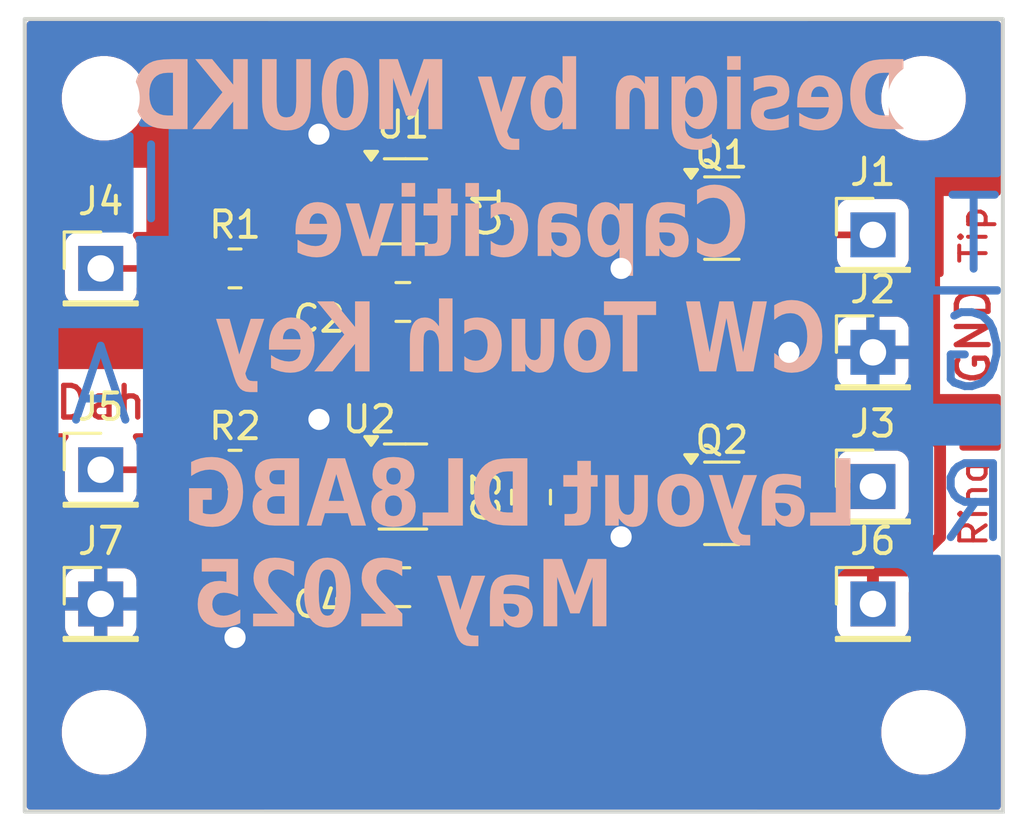
<source format=kicad_pcb>
(kicad_pcb (version 20241229) (generator "pcbnew") (generator_version "9.0")
  (layers (0 "F.Cu" signal) (2 "B.Cu" signal) (13 "F.Paste" user) (15 "B.Paste" user) (5 "F.SilkS" user "F.Silkscreen") (7 "B.SilkS" user "B.Silkscreen") (1 "F.Mask" user) (3 "B.Mask" user) (25 "Edge.Cuts" user))
  (net 0 "")
  (net 1 "GND")
  (net 2 "+3.3V")
  (net 3 "Net-(U1-SNS)")
  (net 4 "Net-(U1-SNSK)")
  (net 5 "Net-(U2-SNS)")
  (net 6 "Net-(U2-SNSK)")
  (net 7 "Net-(J1-Pin_1)")
  (net 8 "Net-(J3-Pin_1)")
  (net 9 "Net-(J4-Pin_1)")
  (net 10 "Net-(J5-Pin_1)")
  (net 11 "Net-(Q1-G)")
  (net 12 "Net-(Q2-G)")
  (footprint "Capacitor_SMD:C_0805_2012Metric_Pad1.18x1.45mm_HandSolder" (layer "F.Cu") (at 159.1525 89.3025 90)
    (property "Reference" "C1" (at 0 -1.68 90) (layer "F.SilkS"))
    (property "Value" "100nF")
    (fp_line (start -0.261252 -0.735) (end 0.261252 -0.735) (stroke (width 0.12)) (layer "F.SilkS"))
    (fp_line (start -0.261252 0.735) (end 0.261252 0.735) (stroke (width 0.12)) (layer "F.SilkS"))
    (pad "1" smd roundrect (at -1.0375 0 90) (size 1.175 1.45) (layers "F.Cu" "F.Mask" "F.Paste") (roundrect_rratio 0.212766) (net 1 "GND"))
    (pad "2" smd roundrect (at 1.0375 0 90) (size 1.175 1.45) (layers "F.Cu" "F.Mask" "F.Paste") (roundrect_rratio 0.212766) (net 2 "+3.3V"))
  )
  (footprint "Capacitor_SMD:C_0805_2012Metric_Pad1.18x1.45mm_HandSolder" (layer "F.Cu") (at 154.305 92.71)
    (property "Reference" "C2" (at -3.175 0.635 0) (layer "F.SilkS"))
    (property "Value" "2.2nF")
    (fp_line (start -0.261252 -0.735) (end 0.261252 -0.735) (stroke (width 0.12)) (layer "F.SilkS"))
    (fp_line (start -0.261252 0.735) (end 0.261252 0.735) (stroke (width 0.12)) (layer "F.SilkS"))
    (pad "1" smd roundrect (at -1.0375 0) (size 1.175 1.45) (layers "F.Cu" "F.Mask" "F.Paste") (roundrect_rratio 0.212766) (net 4 "Net-(U1-SNSK)"))
    (pad "2" smd roundrect (at 1.0375 0) (size 1.175 1.45) (layers "F.Cu" "F.Mask" "F.Paste") (roundrect_rratio 0.212766) (net 3 "Net-(U1-SNS)"))
  )
  (footprint "Capacitor_SMD:C_0805_2012Metric_Pad1.18x1.45mm_HandSolder" (layer "F.Cu") (at 159.1525 100.0975 90)
    (property "Reference" "C3" (at 0 -1.68 90) (layer "F.SilkS"))
    (property "Value" "100nF")
    (fp_line (start -0.261252 -0.735) (end 0.261252 -0.735) (stroke (width 0.12)) (layer "F.SilkS"))
    (fp_line (start -0.261252 0.735) (end 0.261252 0.735) (stroke (width 0.12)) (layer "F.SilkS"))
    (pad "1" smd roundrect (at -1.0375 0 90) (size 1.175 1.45) (layers "F.Cu" "F.Mask" "F.Paste") (roundrect_rratio 0.212766) (net 1 "GND"))
    (pad "2" smd roundrect (at 1.0375 0 90) (size 1.175 1.45) (layers "F.Cu" "F.Mask" "F.Paste") (roundrect_rratio 0.212766) (net 2 "+3.3V"))
  )
  (footprint "Capacitor_SMD:C_0805_2012Metric_Pad1.18x1.45mm_HandSolder" (layer "F.Cu") (at 154.305 103.505)
    (property "Reference" "C4" (at -3.175 0.635 0) (layer "F.SilkS"))
    (property "Value" "2.2nF")
    (fp_line (start -0.261252 -0.735) (end 0.261252 -0.735) (stroke (width 0.12)) (layer "F.SilkS"))
    (fp_line (start -0.261252 0.735) (end 0.261252 0.735) (stroke (width 0.12)) (layer "F.SilkS"))
    (pad "1" smd roundrect (at -1.0375 0) (size 1.175 1.45) (layers "F.Cu" "F.Mask" "F.Paste") (roundrect_rratio 0.212766) (net 6 "Net-(U2-SNSK)"))
    (pad "2" smd roundrect (at 1.0375 0) (size 1.175 1.45) (layers "F.Cu" "F.Mask" "F.Paste") (roundrect_rratio 0.212766) (net 5 "Net-(U2-SNS)"))
  )
  (footprint "Package_TO_SOT_SMD:SOT-23-6_Handsoldering" (layer "F.Cu") (at 154.305 88.9)
    (property "Reference" "U1" (at 0 -2.9 0) (layer "F.SilkS"))
    (property "Value" "AT42QT1011" (hide yes))
    (fp_line (start -0.9 1.61) (end 0.9 1.61) (stroke (width 0.12)) (layer "F.SilkS"))
    (fp_line (start 0.1 -1.61) (end -0.7 -1.61) (stroke (width 0.12)) (layer "F.SilkS"))
    (fp_line (start 0.1 -1.61) (end 0.9 -1.61) (stroke (width 0.12)) (layer "F.SilkS"))
    (fp_poly (pts (xy -1.2 -1.56) (xy -1.44 -1.89) (xy -0.96 -1.89) (xy -1.2 -1.56)) (stroke (width 0.12)) (fill yes) (layer "F.SilkS"))
    (pad "1" smd roundrect (at -1.35 -0.95) (size 1.56 0.65) (layers "F.Cu" "F.Mask" "F.Paste") (net 11 "Net-(Q1-G)"))
    (pad "2" smd roundrect (at -1.35 0) (size 1.56 0.65) (layers "F.Cu" "F.Mask" "F.Paste") (net 1 "GND"))
    (pad "3" smd roundrect (at -1.35 0.95) (size 1.56 0.65) (layers "F.Cu" "F.Mask" "F.Paste") (net 4 "Net-(U1-SNSK)"))
    (pad "4" smd roundrect (at 1.35 0.95) (size 1.56 0.65) (layers "F.Cu" "F.Mask" "F.Paste") (net 3 "Net-(U1-SNS)"))
    (pad "5" smd roundrect (at 1.35 0) (size 1.56 0.65) (layers "F.Cu" "F.Mask" "F.Paste") (net 2 "+3.3V"))
    (pad "6" smd roundrect (at 1.35 -0.95) (size 1.56 0.65) (layers "F.Cu" "F.Mask" "F.Paste") (net 2 "+3.3V"))
  )
  (footprint "Package_TO_SOT_SMD:SOT-23-6_Handsoldering" (layer "F.Cu") (at 154.305 99.695)
    (property "Reference" "U2" (at -1.27 -2.54 0) (layer "F.SilkS"))
    (property "Value" "AT42QT1011" (hide yes))
    (fp_line (start -0.9 1.61) (end 0.9 1.61) (stroke (width 0.12)) (layer "F.SilkS"))
    (fp_line (start 0.1 -1.61) (end -0.7 -1.61) (stroke (width 0.12)) (layer "F.SilkS"))
    (fp_line (start 0.1 -1.61) (end 0.9 -1.61) (stroke (width 0.12)) (layer "F.SilkS"))
    (fp_poly (pts (xy -1.2 -1.56) (xy -1.44 -1.89) (xy -0.96 -1.89) (xy -1.2 -1.56)) (stroke (width 0.12)) (fill yes) (layer "F.SilkS"))
    (pad "1" smd roundrect (at -1.35 -0.95) (size 1.56 0.65) (layers "F.Cu" "F.Mask" "F.Paste") (net 12 "Net-(Q2-G)"))
    (pad "2" smd roundrect (at -1.35 0) (size 1.56 0.65) (layers "F.Cu" "F.Mask" "F.Paste") (net 1 "GND"))
    (pad "3" smd roundrect (at -1.35 0.95) (size 1.56 0.65) (layers "F.Cu" "F.Mask" "F.Paste") (net 6 "Net-(U2-SNSK)"))
    (pad "4" smd roundrect (at 1.35 0.95) (size 1.56 0.65) (layers "F.Cu" "F.Mask" "F.Paste") (net 5 "Net-(U2-SNS)"))
    (pad "5" smd roundrect (at 1.35 0) (size 1.56 0.65) (layers "F.Cu" "F.Mask" "F.Paste") (net 2 "+3.3V"))
    (pad "6" smd roundrect (at 1.35 -0.95) (size 1.56 0.65) (layers "F.Cu" "F.Mask" "F.Paste") (net 2 "+3.3V"))
  )
  (footprint "MountingHole:MountingHole_2.7mm_M2.5_DIN965" (layer "F.Cu") (at 143 85)
    (property "Reference" "H1" (hide yes))
    (property "Value" "MountingHole" (hide yes))
    (pad "" np_thru_hole circle (at 0 0) (size 2.7 2.7) (drill 2.7) (layers "*.Cu" "*.Mask"))
  )
  (footprint "MountingHole:MountingHole_2.7mm_M2.5_DIN965" (layer "F.Cu") (at 143 109)
    (property "Reference" "H2" (hide yes))
    (property "Value" "MountingHole" (hide yes))
    (pad "" np_thru_hole circle (at 0 0) (size 2.7 2.7) (drill 2.7) (layers "*.Cu" "*.Mask"))
  )
  (footprint "MountingHole:MountingHole_2.7mm_M2.5_DIN965" (layer "F.Cu") (at 174 85)
    (property "Reference" "H3" (hide yes))
    (property "Value" "MountingHole" (hide yes))
    (pad "" np_thru_hole circle (at 0 0) (size 2.7 2.7) (drill 2.7) (layers "*.Cu" "*.Mask"))
  )
  (footprint "MountingHole:MountingHole_2.7mm_M2.5_DIN965" (layer "F.Cu") (at 174 109)
    (property "Reference" "H4" (hide yes))
    (property "Value" "MountingHole" (hide yes))
    (pad "" np_thru_hole circle (at 0 0) (size 2.7 2.7) (drill 2.7) (layers "*.Cu" "*.Mask"))
  )
  (footprint "Package_TO_SOT_SMD:SOT-23" (layer "F.Cu") (at 166.37 89.535)
    (property "Reference" "Q1" (at 0 -2.4 0) (layer "F.SilkS"))
    (property "Value" "IRFML8244TRPBF" (hide yes))
    (fp_line (start 0 -1.56) (end -0.65 -1.56) (stroke (width 0.12)) (layer "F.SilkS"))
    (fp_line (start 0 -1.56) (end 0.65 -1.56) (stroke (width 0.12)) (layer "F.SilkS"))
    (fp_line (start 0 1.56) (end -0.65 1.56) (stroke (width 0.12)) (layer "F.SilkS"))
    (fp_line (start 0 1.56) (end 0.65 1.56) (stroke (width 0.12)) (layer "F.SilkS"))
    (fp_poly (pts (xy -1.1625 -1.51) (xy -1.4025 -1.84) (xy -0.9225 -1.84)) (stroke (width 0.12)) (fill yes) (layer "F.SilkS"))
    (pad "1" smd roundrect (at -0.9375 -0.95) (size 1.475 0.6) (layers "F.Cu" "F.Mask" "F.Paste") (net 11 "Net-(Q1-G)"))
    (pad "2" smd roundrect (at -0.9375 0.95) (size 1.475 0.6) (layers "F.Cu" "F.Mask" "F.Paste") (net 1 "GND"))
    (pad "3" smd roundrect (at 0.9375 0) (size 1.475 0.6) (layers "F.Cu" "F.Mask" "F.Paste") (net 7 "Net-(J1-Pin_1)"))
  )
  (footprint "Resistor_SMD:R_0805_2012Metric_Pad1.20x1.40mm_HandSolder" (layer "F.Cu") (at 147.955 91.44)
    (property "Reference" "R1" (at 0 -1.65 0) (layer "F.SilkS"))
    (property "Value" "22K")
    (fp_line (start -0.227064 -0.735) (end 0.227064 -0.735) (stroke (width 0.12)) (layer "F.SilkS"))
    (fp_line (start -0.227064 0.735) (end 0.227064 0.735) (stroke (width 0.12)) (layer "F.SilkS"))
    (pad "1" smd roundrect (at -1 0) (size 1.2 1.4) (layers "F.Cu" "F.Mask" "F.Paste") (roundrect_rratio 0.208333) (net 9 "Net-(J4-Pin_1)"))
    (pad "2" smd roundrect (at 1 0) (size 1.2 1.4) (layers "F.Cu" "F.Mask" "F.Paste") (roundrect_rratio 0.208333) (net 4 "Net-(U1-SNSK)"))
  )
  (footprint "Resistor_SMD:R_0805_2012Metric_Pad1.20x1.40mm_HandSolder" (layer "F.Cu") (at 147.955 99.06)
    (property "Reference" "R2" (at 0 -1.65 0) (layer "F.SilkS"))
    (property "Value" "22K")
    (fp_line (start -0.227064 -0.735) (end 0.227064 -0.735) (stroke (width 0.12)) (layer "F.SilkS"))
    (fp_line (start -0.227064 0.735) (end 0.227064 0.735) (stroke (width 0.12)) (layer "F.SilkS"))
    (pad "1" smd roundrect (at -1 0) (size 1.2 1.4) (layers "F.Cu" "F.Mask" "F.Paste") (roundrect_rratio 0.208333) (net 10 "Net-(J5-Pin_1)"))
    (pad "2" smd roundrect (at 1 0) (size 1.2 1.4) (layers "F.Cu" "F.Mask" "F.Paste") (roundrect_rratio 0.208333) (net 6 "Net-(U2-SNSK)"))
  )
  (footprint "Connector_PinHeader_2.54mm:PinHeader_1x01_P2.54mm_Vertical" (layer "F.Cu") (at 142.875 91.44)
    (property "Reference" "J4" (at 0 -2.54 0) (layer "F.SilkS"))
    (property "Value" "Dit" (hide yes))
    (fp_line (start -1.38 -1.38) (end 0 -1.38) (stroke (width 0.12)) (layer "F.SilkS"))
    (fp_line (start -1.38 0) (end -1.38 -1.38) (stroke (width 0.12)) (layer "F.SilkS"))
    (fp_line (start -1.38 1.27) (end -1.38 1.38) (stroke (width 0.12)) (layer "F.SilkS"))
    (fp_line (start -1.38 1.27) (end 1.38 1.27) (stroke (width 0.12)) (layer "F.SilkS"))
    (fp_line (start -1.38 1.38) (end 1.38 1.38) (stroke (width 0.12)) (layer "F.SilkS"))
    (fp_line (start 1.38 1.27) (end 1.38 1.38) (stroke (width 0.12)) (layer "F.SilkS"))
    (pad "1" thru_hole rect (at 0 0) (size 1.7 1.7) (drill 1) (layers "*.Cu" "*.Mask") (net 9 "Net-(J4-Pin_1)"))
  )
  (footprint "Connector_PinHeader_2.54mm:PinHeader_1x01_P2.54mm_Vertical" (layer "F.Cu") (at 172.085 94.615)
    (property "Reference" "J2" (at 0 -2.38 0) (layer "F.SilkS"))
    (property "Value" "GND" (hide yes))
    (fp_line (start -1.38 -1.38) (end 0 -1.38) (stroke (width 0.12)) (layer "F.SilkS"))
    (fp_line (start -1.38 0) (end -1.38 -1.38) (stroke (width 0.12)) (layer "F.SilkS"))
    (fp_line (start -1.38 1.27) (end -1.38 1.38) (stroke (width 0.12)) (layer "F.SilkS"))
    (fp_line (start -1.38 1.27) (end 1.38 1.27) (stroke (width 0.12)) (layer "F.SilkS"))
    (fp_line (start -1.38 1.38) (end 1.38 1.38) (stroke (width 0.12)) (layer "F.SilkS"))
    (fp_line (start 1.38 1.27) (end 1.38 1.38) (stroke (width 0.12)) (layer "F.SilkS"))
    (pad "1" thru_hole rect (at 0 0) (size 1.7 1.7) (drill 1) (layers "*.Cu" "*.Mask") (net 1 "GND"))
  )
  (footprint "Connector_PinHeader_2.54mm:PinHeader_1x01_P2.54mm_Vertical" (layer "F.Cu") (at 172.085 99.695)
    (property "Reference" "J3" (at 0 -2.38 0) (layer "F.SilkS"))
    (property "Value" "Ring" (hide yes))
    (fp_line (start -1.38 -1.38) (end 0 -1.38) (stroke (width 0.12)) (layer "F.SilkS"))
    (fp_line (start -1.38 0) (end -1.38 -1.38) (stroke (width 0.12)) (layer "F.SilkS"))
    (fp_line (start -1.38 1.27) (end -1.38 1.38) (stroke (width 0.12)) (layer "F.SilkS"))
    (fp_line (start -1.38 1.27) (end 1.38 1.27) (stroke (width 0.12)) (layer "F.SilkS"))
    (fp_line (start -1.38 1.38) (end 1.38 1.38) (stroke (width 0.12)) (layer "F.SilkS"))
    (fp_line (start 1.38 1.27) (end 1.38 1.38) (stroke (width 0.12)) (layer "F.SilkS"))
    (pad "1" thru_hole rect (at 0 0) (size 1.7 1.7) (drill 1) (layers "*.Cu" "*.Mask") (net 8 "Net-(J3-Pin_1)"))
  )
  (footprint "Package_TO_SOT_SMD:SOT-23" (layer "F.Cu") (at 166.37 100.33)
    (property "Reference" "Q2" (at 0 -2.4 0) (layer "F.SilkS"))
    (property "Value" "IRFML8244TRPBF" (hide yes))
    (fp_line (start 0 -1.56) (end -0.65 -1.56) (stroke (width 0.12)) (layer "F.SilkS"))
    (fp_line (start 0 -1.56) (end 0.65 -1.56) (stroke (width 0.12)) (layer "F.SilkS"))
    (fp_line (start 0 1.56) (end -0.65 1.56) (stroke (width 0.12)) (layer "F.SilkS"))
    (fp_line (start 0 1.56) (end 0.65 1.56) (stroke (width 0.12)) (layer "F.SilkS"))
    (fp_poly (pts (xy -1.1625 -1.51) (xy -1.4025 -1.84) (xy -0.9225 -1.84)) (stroke (width 0.12)) (fill yes) (layer "F.SilkS"))
    (pad "1" smd roundrect (at -0.9375 -0.95) (size 1.475 0.6) (layers "F.Cu" "F.Mask" "F.Paste") (net 12 "Net-(Q2-G)"))
    (pad "2" smd roundrect (at -0.9375 0.95) (size 1.475 0.6) (layers "F.Cu" "F.Mask" "F.Paste") (net 1 "GND"))
    (pad "3" smd roundrect (at 0.9375 0) (size 1.475 0.6) (layers "F.Cu" "F.Mask" "F.Paste") (net 8 "Net-(J3-Pin_1)"))
  )
  (footprint "Connector_PinHeader_2.54mm:PinHeader_1x01_P2.54mm_Vertical" (layer "F.Cu") (at 142.875 104.14)
    (property "Reference" "J7" (at 0 -2.38 0) (layer "F.SilkS"))
    (property "Value" "-" (hide yes))
    (fp_line (start -1.38 -1.38) (end 0 -1.38) (stroke (width 0.12)) (layer "F.SilkS"))
    (fp_line (start -1.38 0) (end -1.38 -1.38) (stroke (width 0.12)) (layer "F.SilkS"))
    (fp_line (start -1.38 1.27) (end -1.38 1.38) (stroke (width 0.12)) (layer "F.SilkS"))
    (fp_line (start -1.38 1.27) (end 1.38 1.27) (stroke (width 0.12)) (layer "F.SilkS"))
    (fp_line (start -1.38 1.38) (end 1.38 1.38) (stroke (width 0.12)) (layer "F.SilkS"))
    (fp_line (start 1.38 1.27) (end 1.38 1.38) (stroke (width 0.12)) (layer "F.SilkS"))
    (pad "1" thru_hole rect (at 0 0) (size 1.7 1.7) (drill 1) (layers "*.Cu" "*.Mask") (net 1 "GND"))
  )
  (footprint "Connector_PinHeader_2.54mm:PinHeader_1x01_P2.54mm_Vertical" (layer "F.Cu") (at 172.085 104.14)
    (property "Reference" "J6" (at 0 -2.38 0) (layer "F.SilkS"))
    (property "Value" "+" (hide yes))
    (fp_line (start -1.38 -1.38) (end 0 -1.38) (stroke (width 0.12)) (layer "F.SilkS"))
    (fp_line (start -1.38 0) (end -1.38 -1.38) (stroke (width 0.12)) (layer "F.SilkS"))
    (fp_line (start -1.38 1.27) (end -1.38 1.38) (stroke (width 0.12)) (layer "F.SilkS"))
    (fp_line (start -1.38 1.27) (end 1.38 1.27) (stroke (width 0.12)) (layer "F.SilkS"))
    (fp_line (start -1.38 1.38) (end 1.38 1.38) (stroke (width 0.12)) (layer "F.SilkS"))
    (fp_line (start 1.38 1.27) (end 1.38 1.38) (stroke (width 0.12)) (layer "F.SilkS"))
    (pad "1" thru_hole rect (at 0 0) (size 1.7 1.7) (drill 1) (layers "*.Cu" "*.Mask") (net 2 "+3.3V"))
  )
  (footprint "Connector_PinHeader_2.54mm:PinHeader_1x01_P2.54mm_Vertical" (layer "F.Cu") (at 172.085 90.17)
    (property "Reference" "J1" (at 0 -2.38 0) (layer "F.SilkS"))
    (property "Value" "Tip" (hide yes))
    (fp_line (start -1.38 -1.38) (end 0 -1.38) (stroke (width 0.12)) (layer "F.SilkS"))
    (fp_line (start -1.38 0) (end -1.38 -1.38) (stroke (width 0.12)) (layer "F.SilkS"))
    (fp_line (start -1.38 1.27) (end -1.38 1.38) (stroke (width 0.12)) (layer "F.SilkS"))
    (fp_line (start -1.38 1.27) (end 1.38 1.27) (stroke (width 0.12)) (layer "F.SilkS"))
    (fp_line (start -1.38 1.38) (end 1.38 1.38) (stroke (width 0.12)) (layer "F.SilkS"))
    (fp_line (start 1.38 1.27) (end 1.38 1.38) (stroke (width 0.12)) (layer "F.SilkS"))
    (pad "1" thru_hole rect (at 0 0) (size 1.7 1.7) (drill 1) (layers "*.Cu" "*.Mask") (net 7 "Net-(J1-Pin_1)"))
  )
  (footprint "Connector_PinHeader_2.54mm:PinHeader_1x01_P2.54mm_Vertical" (layer "F.Cu") (at 142.875 99.06)
    (property "Reference" "J5" (at 0 -2.38 0) (layer "F.SilkS"))
    (property "Value" "Dah" (hide yes))
    (fp_line (start -1.38 -1.38) (end 0 -1.38) (stroke (width 0.12)) (layer "F.SilkS"))
    (fp_line (start -1.38 0) (end -1.38 -1.38) (stroke (width 0.12)) (layer "F.SilkS"))
    (fp_line (start -1.38 1.27) (end -1.38 1.38) (stroke (width 0.12)) (layer "F.SilkS"))
    (fp_line (start -1.38 1.27) (end 1.38 1.27) (stroke (width 0.12)) (layer "F.SilkS"))
    (fp_line (start -1.38 1.38) (end 1.38 1.38) (stroke (width 0.12)) (layer "F.SilkS"))
    (fp_line (start 1.38 1.27) (end 1.38 1.38) (stroke (width 0.12)) (layer "F.SilkS"))
    (pad "1" thru_hole rect (at 0 0) (size 1.7 1.7) (drill 1) (layers "*.Cu" "*.Mask") (net 10 "Net-(J5-Pin_1)"))
  )
  (gr_poly (pts (xy 140 82) (xy 177 82) (xy 177 112) (xy 140 112)) (stroke (width 0.15)) (fill no) (layer "Edge.Cuts"))
  (gr_text "+" (at 175.26 104.14 0) (layer "F.Cu") (effects (font (size 1.5 1.5) (thickness 0.3) (bold yes))))
  (gr_text "-" (at 145.415 104.14 0) (layer "F.Cu") (effects (font (size 1.5 1.5) (thickness 0.3) (bold yes))))
  (gr_text "Design by M0UKD" (at 159.385 109.22 0) (layer "F.Cu") (effects (font (size 1 1) (thickness 0.22) (bold yes))))
  (gr_text "May 2025" (at 164.465 111.125 0) (layer "F.Cu") (effects (font (size 0.8 0.8))))
  (gr_text "Ring" (at 175.895 100.33 90) (layer "F.Cu") (effects (font (size 1 1))))
  (gr_text "Dit" (at 142.875 88.9 0) (layer "F.Cu") (effects (font (size 1.2 1.2) (thickness 0.2) (bold yes))))
  (gr_text "Tip" (at 175.895 90.17 90) (layer "F.Cu") (effects (font (size 1 1))))
  (gr_text "Dah" (at 142.875 96.52 0) (layer "F.Cu") (effects (font (size 1.2 1.2) (thickness 0.2) (bold yes))))
  (gr_text "GND" (at 175.895 93.98 90) (layer "F.Cu") (effects (font (size 1.2 1.2) (thickness 0.2) (bold yes))))
  (gr_text "Layout by DL8ABG" (at 154.94 111.125 0) (layer "F.Cu") (effects (font (size 0.8 0.8) (thickness 0.16) (bold yes))))
  (gr_text "Capacitive CW Touch Key" (at 159.385 83.185 0) (layer "F.Cu") (effects (font (size 1 1) (thickness 0.22) (bold yes))))
  (gr_text "A" (at 142.875 95.885 0) (layer "B.Cu") (effects (font (size 2.8 2.8) (thickness 0.3) (bold yes)) (justify mirror)))
  (gr_text "R" (at 175.895 100.33 0) (layer "B.Cu") (effects (font (size 2.8 2.8) (thickness 0.3) (bold yes)) (justify mirror)))
  (gr_text "I" (at 144.78 88.265 0) (layer "B.Cu") (effects (font (size 2.8 2.8) (thickness 0.3) (bold yes)) (justify mirror)))
  (gr_text "G" (at 175.895 94.615 0) (layer "B.Cu") (effects (font (size 2.8 2.8) (thickness 0.3) (bold yes)) (justify mirror)))
  (gr_text "T" (at 175.895 90.17 0) (layer "B.Cu") (effects (font (size 2.8 2.8) (thickness 0.3) (bold yes)) (justify mirror)))
  (gr_text "Layout DL8ABG" (at 158.75 101.6 0) (layer "B.SilkS") (effects (font (size 2.5 2.1) (thickness 0.3) (bold yes)) (justify bottom mirror)))
  (gr_text "Capacitive\nCW Touch Key" (at 158.75 92.075 0) (layer "B.SilkS") (effects (font (size 2.6 2.1) (thickness 0.3) (bold yes)) (justify mirror)))
  (gr_text "May 2025" (at 154.305 105.41 0) (layer "B.SilkS") (effects (font (size 2.5 2.1) (thickness 0.3) (bold yes)) (justify bottom mirror)))
  (gr_text "Design by M0UKD" (at 158.75 85.09 0) (layer "B.SilkS") (effects (font (size 2.6 2.1) (thickness 0.3) (bold yes)) (justify mirror)))
  (via (at 162.56 101.6) (size 1.1) (drill 0.8) (layers "F.Cu" "B.Cu") (net 1))
  (via (at 168.91 94.615) (size 1.1) (drill 0.8) (layers "F.Cu" "B.Cu") (net 1))
  (via (at 162.56 91.44) (size 1.1) (drill 0.8) (layers "F.Cu" "B.Cu") (net 1))
  (via (at 151.13 97.155) (size 1.1) (drill 0.8) (layers "F.Cu" "B.Cu") (net 1))
  (via (at 147.955 105.41) (size 1.1) (drill 0.8) (layers "F.Cu" "B.Cu") (net 1))
  (via (at 151.13 86.36) (size 1.1) (drill 0.8) (layers "F.Cu" "B.Cu") (net 1))
  (segment (start 158.92 99.06) (end 159.1525 99.2925) (width 0.45) (layer "F.Cu") (net 2))
  (segment (start 165.1 94.615) (end 165.1 95.885) (width 0.45) (layer "F.Cu") (net 2))
  (segment (start 159.385 104.14) (end 157.48 102.235) (width 0.45) (layer "F.Cu") (net 2))
  (segment (start 172.085 102.87) (end 169.545 102.87) (width 0.45) (layer "F.Cu") (net 2))
  (segment (start 157.48 92.71) (end 158.115 93.345) (width 0.45) (layer "F.Cu") (net 2))
  (segment (start 173.355 102.87) (end 172.085 102.87) (width 0.45) (layer "F.Cu") (net 2))
  (segment (start 157.48 88.9) (end 157.48 92.71) (width 0.45) (layer "F.Cu") (net 2))
  (segment (start 157.48 99.06) (end 157.48 99.695) (width 0.45) (layer "F.Cu") (net 2))
  (segment (start 168.275 104.14) (end 159.385 104.14) (width 0.45) (layer "F.Cu") (net 2))
  (segment (start 157.165 98.745) (end 157.48 99.06) (width 0.45) (layer "F.Cu") (net 2))
  (segment (start 172.085 104.14) (end 172.085 102.87) (width 0.45) (layer "F.Cu") (net 2))
  (segment (start 157.48 88.265) (end 157.48 88.9) (width 0.45) (layer "F.Cu") (net 2))
  (segment (start 169.545 102.87) (end 168.275 104.14) (width 0.45) (layer "F.Cu") (net 2))
  (segment (start 174.625 98.1075) (end 174.625 101.6) (width 0.45) (layer "F.Cu") (net 2))
  (segment (start 157.48 102.235) (end 157.48 99.695) (width 0.45) (layer "F.Cu") (net 2))
  (segment (start 174.625 101.6) (end 173.355 102.87) (width 0.45) (layer "F.Cu") (net 2))
  (segment (start 155.655 88.9) (end 157.48 88.9) (width 0.45) (layer "F.Cu") (net 2))
  (segment (start 163.83 93.345) (end 165.1 94.615) (width 0.45) (layer "F.Cu") (net 2))
  (segment (start 155.655 98.745) (end 157.165 98.745) (width 0.45) (layer "F.Cu") (net 2))
  (segment (start 155.655 99.695) (end 157.48 99.695) (width 0.45) (layer "F.Cu") (net 2))
  (segment (start 157.48 99.06) (end 158.92 99.06) (width 0.45) (layer "F.Cu") (net 2))
  (segment (start 165.735 96.52) (end 173.0375 96.52) (width 0.45) (layer "F.Cu") (net 2))
  (segment (start 158.115 93.345) (end 163.83 93.345) (width 0.45) (layer "F.Cu") (net 2))
  (segment (start 155.655 87.95) (end 157.165 87.95) (width 0.45) (layer "F.Cu") (net 2))
  (segment (start 173.0375 96.52) (end 174.625 98.1075) (width 0.45) (layer "F.Cu") (net 2))
  (segment (start 157.48 88.265) (end 159.1525 88.265) (width 0.45) (layer "F.Cu") (net 2))
  (segment (start 165.1 95.885) (end 165.735 96.52) (width 0.45) (layer "F.Cu") (net 2))
  (segment (start 157.165 87.95) (end 157.48 88.265) (width 0.45) (layer "F.Cu") (net 2))
  (segment (start 155.655 92.3975) (end 155.3425 92.71) (width 0.25) (layer "F.Cu") (net 3))
  (segment (start 155.655 89.85) (end 155.655 92.3975) (width 0.25) (layer "F.Cu") (net 3))
  (segment (start 155.575 89.93) (end 155.655 89.85) (width 0.25) (layer "F.Cu") (net 3))
  (segment (start 152.955 89.85) (end 152.955 92.3975) (width 0.25) (layer "F.Cu") (net 4))
  (segment (start 152.32 89.85) (end 149.545 89.85) (width 0.25) (layer "F.Cu") (net 4))
  (segment (start 153.035 89.93) (end 152.955 89.85) (width 0.25) (layer "F.Cu") (net 4))
  (segment (start 152.955 92.3975) (end 153.2675 92.71) (width 0.25) (layer "F.Cu") (net 4))
  (segment (start 149.545 89.85) (end 148.955 90.44) (width 0.25) (layer "F.Cu") (net 4))
  (segment (start 148.955 90.44) (end 148.955 91.44) (width 0.25) (layer "F.Cu") (net 4))
  (segment (start 155.655 100.645) (end 155.655 103.1925) (width 0.25) (layer "F.Cu") (net 5))
  (segment (start 155.655 103.1925) (end 155.3425 103.505) (width 0.25) (layer "F.Cu") (net 5))
  (segment (start 148.955 100.06) (end 148.955 99.06) (width 0.25) (layer "F.Cu") (net 6))
  (segment (start 152.955 100.645) (end 152.955 103.1925) (width 0.25) (layer "F.Cu") (net 6))
  (segment (start 152.32 100.645) (end 149.54 100.645) (width 0.25) (layer "F.Cu") (net 6))
  (segment (start 149.54 100.645) (end 148.955 100.06) (width 0.25) (layer "F.Cu") (net 6))
  (segment (start 152.955 103.1925) (end 153.2675 103.505) (width 0.25) (layer "F.Cu") (net 6))
  (segment (start 169.545 90.17) (end 172.085 90.17) (width 0.25) (layer "F.Cu") (net 7))
  (segment (start 167.3075 89.535) (end 168.91 89.535) (width 0.25) (layer "F.Cu") (net 7))
  (segment (start 168.91 89.535) (end 169.545 90.17) (width 0.25) (layer "F.Cu") (net 7))
  (segment (start 169.545 99.695) (end 172.085 99.695) (width 0.25) (layer "F.Cu") (net 8))
  (segment (start 167.3075 100.33) (end 168.91 100.33) (width 0.25) (layer "F.Cu") (net 8))
  (segment (start 168.91 100.33) (end 169.545 99.695) (width 0.25) (layer "F.Cu") (net 8))
  (segment (start 142.875 91.44) (end 146.955 91.44) (width 0.25) (layer "F.Cu") (net 9))
  (segment (start 142.875 99.06) (end 146.955 99.06) (width 0.25) (layer "F.Cu") (net 10))
  (segment (start 165.4325 88.585) (end 162.245 88.585) (width 0.25) (layer "F.Cu") (net 11))
  (segment (start 152.955 87.71) (end 152.955 87.95) (width 0.25) (layer "F.Cu") (net 11))
  (segment (start 154.305 86.36) (end 152.955 87.71) (width 0.25) (layer "F.Cu") (net 11))
  (segment (start 161.925 86.995) (end 161.29 86.36) (width 0.25) (layer "F.Cu") (net 11))
  (segment (start 162.245 88.585) (end 161.925 88.265) (width 0.25) (layer "F.Cu") (net 11))
  (segment (start 161.29 86.36) (end 154.305 86.36) (width 0.25) (layer "F.Cu") (net 11))
  (segment (start 161.925 88.265) (end 161.925 86.995) (width 0.25) (layer "F.Cu") (net 11))
  (segment (start 154.305 97.155) (end 152.955 98.505) (width 0.25) (layer "F.Cu") (net 12))
  (segment (start 161.925 99.06) (end 161.925 97.79) (width 0.25) (layer "F.Cu") (net 12))
  (segment (start 152.955 98.505) (end 152.955 98.745) (width 0.25) (layer "F.Cu") (net 12))
  (segment (start 161.925 97.79) (end 161.29 97.155) (width 0.25) (layer "F.Cu") (net 12))
  (segment (start 165.4325 99.38) (end 162.245 99.38) (width 0.25) (layer "F.Cu") (net 12))
  (segment (start 162.245 99.38) (end 161.925 99.06) (width 0.25) (layer "F.Cu") (net 12))
  (segment (start 161.29 97.155) (end 154.305 97.155) (width 0.25) (layer "F.Cu") (net 12))
  (zone (net 1) (net_name "GND") (layer "F.Cu") (connect_pads (clearance 0.508)) (min_thickness 0.25) (fill yes (thermal_gap 0.5) (thermal_bridge_width 0.5))
    (polygon (pts (xy 139.065 81.28) (xy 177.8 81.28) (xy 177.8 112.395) (xy 139.065 112.395)))
  )
  (zone (net 1) (net_name "GND") (layer "B.Cu") (priority 1) (connect_pads (clearance 0.508)) (min_thickness 0.25) (fill yes (thermal_gap 0.5) (thermal_bridge_width 0.5))
    (polygon (pts (xy 139.065 81.28) (xy 177.8 81.28) (xy 177.8 112.395) (xy 139.065 112.395)))
  )
)
</source>
